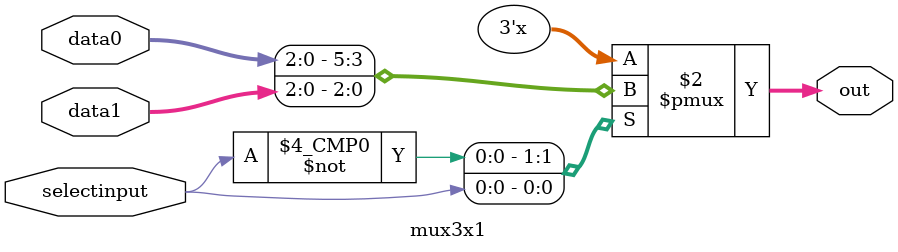
<source format=v>
module mux3x1(data0,data1,selectinput,out);
input [2:0] data0,data1;
input selectinput;
output reg [2:0] out;
always @(*)
begin
case (selectinput)
0:
	out = data0;
1:
	out = data1;
default:
	out = data0;
endcase
end
endmodule
</source>
